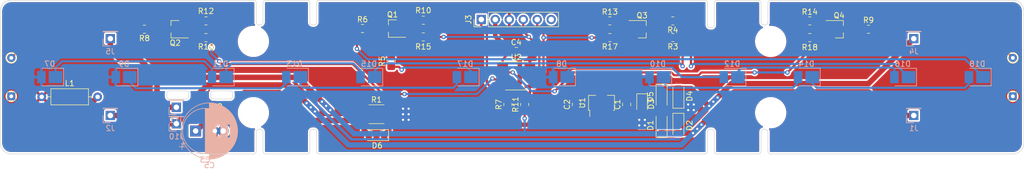
<source format=kicad_pcb>
(kicad_pcb (version 20171130) (host pcbnew 5.1.9+dfsg1-1)
  (layers (0 F.Cu signal) (31 B.Cu signal) (34 B.Paste user) (35 F.Paste user) (36 B.SilkS user) (37 F.SilkS user) (38 B.Mask user) (39 F.Mask user) (44 Edge.Cuts user))
  (net 0 "")
  (net 1 GND)
  (net 2 "Net-(C1-Pad1)")
  (net 3 VCC)
  (net 4 /J)
  (net 5 +15V)
  (net 6 K)
  (net 7 "Net-(C3-Pad1)")
  (net 8 GP1|PGC)
  (net 9 GP0|PGD)
  (net 10 GP3|MCLR)
  (net 11 "Net-(D17-Pad1)")
  (net 12 "Net-(Q2-Pad3)")
  (net 13 "Net-(Q2-Pad1)")
  (net 14 "Net-(D15-Pad1)")
  (net 15 "Net-(Q4-Pad3)")
  (net 16 "Net-(Q4-Pad1)")
  (net 17 "Net-(R11-Pad2)")
  (net 18 "Net-(D11-Pad2)")
  (net 19 "Net-(D12-Pad2)")
  (net 20 "Net-(D13-Pad2)")
  (net 21 "Net-(D10-Pad1)")
  (net 22 "Net-(D11-Pad1)")
  (net 23 "Net-(D12-Pad1)")
  (net 24 "Net-(D13-Pad1)")
  (net 25 "Net-(D14-Pad1)")
  (net 26 "Net-(Q1-Pad1)")
  (net 27 "Net-(Q3-Pad1)")
  (net 28 "Net-(R16-Pad1)")
  (net 29 "Net-(R18-Pad1)")
  (net 30 "Net-(C3-Pad2)")
  (net 31 "Net-(J8-Pad1)")
  (net 32 "Net-(J9-Pad1)")
  (net 33 "Net-(D16-Pad1)")
  (net 34 "Net-(D18-Pad1)")
  (net 35 "Net-(Q1-Pad3)")
  (net 36 "Net-(Q3-Pad3)")
  (module Diode_SMD:D_0805_2012Metric_Pad1.15x1.40mm_HandSolder (layer F.Cu) (at 166.624 94.9175 270)
    (fp_text reference D3 (at 0 -1.65 90) (layer F.SilkS))
    (fp_text value CD4148W)
    (pad 2 smd roundrect (at 1.025 0 270) (size 1.15 1.4) (layers F.Cu F.Paste F.Mask) (roundrect_rratio 0.217391) (net 5 +15V))
    (pad 1 smd roundrect (at -1.025 0 270) (size 1.15 1.4) (layers F.Cu F.Paste F.Mask) (roundrect_rratio 0.217391) (net 2 "Net-(C1-Pad1)"))
  )
  (module Connector_PinHeader_2.54mm:PinHeader_1x01_P2.54mm_Vertical (layer B.Cu) (at 82 95.5)
    (fp_text reference J11 (at 0 2.33) (layer B.SilkS) (effects (justify mirror)))
    (fp_text value Conn_01x01)
    (pad 1 thru_hole rect (at 0 0) (size 1.7 1.7) (drill 1) (layers *.Cu *.Mask) (net 6 K))
  )
  (module Connector_PinHeader_2.54mm:PinHeader_1x01_P2.54mm_Vertical (layer B.Cu) (at 82 98.5)
    (fp_text reference J10 (at 0 2.33) (layer B.SilkS) (effects (justify mirror)))
    (fp_text value Conn_01x01)
    (pad 1 thru_hole rect (at 0 0) (size 1.7 1.7) (drill 1) (layers *.Cu *.Mask) (net 4 /J))
  )
  (module Inductor_THT:L_Axial_L6.6mm_D2.7mm_P10.16mm_Horizontal_Vishay_IM-2 (layer F.Cu) (at 57.531 93.599)
    (fp_text reference L1 (at 5.08 -2.47) (layer F.SilkS))
    (fp_text value 47uH)
    (pad 2 thru_hole oval (at 10.16 0) (size 1.6 1.6) (drill 0.8) (layers *.Cu *.Mask) (net 30 "Net-(C3-Pad2)"))
    (pad 1 thru_hole circle (at 0 0) (size 1.6 1.6) (drill 0.8) (layers *.Cu *.Mask) (net 1 GND))
  )
  (module TestPoint:TestPoint_THTPad_D1.5mm_Drill0.7mm (layer F.Cu) (at 234 86.5)
    (fp_text reference J9 hide)
    (fp_text value Conn_01x01)
    (pad 1 thru_hole circle (at 0 0) (size 1.5 1.5) (drill 0.7) (layers *.Cu *.Mask) (net 32 "Net-(J9-Pad1)"))
  )
  (module TestPoint:TestPoint_THTPad_D1.5mm_Drill0.7mm (layer F.Cu) (at 52 86.5)
    (fp_text reference J8 hide)
    (fp_text value Conn_01x01)
    (pad 1 thru_hole circle (at 0 0) (size 1.5 1.5) (drill 0.7) (layers *.Cu *.Mask) (net 31 "Net-(J8-Pad1)"))
  )
  (module TestPoint:TestPoint_THTPad_D1.5mm_Drill0.7mm (layer F.Cu) (at 234 93.5)
    (fp_text reference J7 hide)
    (fp_text value Conn_01x01)
    (pad 1 thru_hole circle (at 0 0) (size 1.5 1.5) (drill 0.7) (layers *.Cu *.Mask) (net 5 +15V))
  )
  (module TestPoint:TestPoint_THTPad_D1.5mm_Drill0.7mm (layer F.Cu) (at 52 93.5)
    (fp_text reference J6 hide)
    (fp_text value Conn_01x01)
    (pad 1 thru_hole circle (at 0 0) (size 1.5 1.5) (drill 0.7) (layers *.Cu *.Mask) (net 5 +15V))
  )
  (module Capacitor_THT:CP_Radial_D10.0mm_P5.00mm (layer B.Cu) (at 85.5 99.822)
    (fp_text reference C5 (at 2.5 6.25) (layer B.SilkS) (effects (justify mirror)))
    (fp_text value 1000u/25V)
    (pad 2 thru_hole circle (at 5 0) (size 2 2) (drill 1) (layers *.Cu *.Mask) (net 30 "Net-(C3-Pad2)"))
    (pad 1 thru_hole rect (at 0 0) (size 2 2) (drill 1) (layers *.Cu *.Mask) (net 7 "Net-(C3-Pad1)"))
  )
  (module Capacitor_THT:CP_Radial_D8.0mm_P3.50mm (layer B.Cu) (at 85.5 99.822)
    (fp_text reference C3 (at 1.75 5.25) (layer B.SilkS) (effects (justify mirror)))
    (fp_text value 470u/25V)
    (pad 2 thru_hole circle (at 3.5 0) (size 1.6 1.6) (drill 0.8) (layers *.Cu *.Mask) (net 30 "Net-(C3-Pad2)"))
    (pad 1 thru_hole rect (at 0 0) (size 1.6 1.6) (drill 0.8) (layers *.Cu *.Mask) (net 7 "Net-(C3-Pad1)"))
  )
  (module Resistor_SMD:R_0805_2012Metric_Pad1.20x1.40mm_HandSolder (layer F.Cu) (at 197.104 82.804)
    (fp_text reference R18 (at 0 1.778) (layer F.SilkS))
    (fp_text value 250R)
    (pad 2 smd roundrect (at 1 0) (size 1.2 1.4) (layers F.Cu F.Paste F.Mask) (roundrect_rratio 0.208333) (net 16 "Net-(Q4-Pad1)"))
    (pad 1 smd roundrect (at -1 0) (size 1.2 1.4) (layers F.Cu F.Paste F.Mask) (roundrect_rratio 0.208333) (net 29 "Net-(R18-Pad1)"))
  )
  (module Resistor_SMD:R_0805_2012Metric_Pad1.20x1.40mm_HandSolder (layer F.Cu) (at 160.782 82.804 180)
    (fp_text reference R17 (at 0 -1.65) (layer F.SilkS))
    (fp_text value 250R)
    (pad 2 smd roundrect (at 1 0 180) (size 1.2 1.4) (layers F.Cu F.Paste F.Mask) (roundrect_rratio 0.208333) (net 8 GP1|PGC))
    (pad 1 smd roundrect (at -1 0 180) (size 1.2 1.4) (layers F.Cu F.Paste F.Mask) (roundrect_rratio 0.208333) (net 27 "Net-(Q3-Pad1)"))
  )
  (module Resistor_SMD:R_0805_2012Metric_Pad1.20x1.40mm_HandSolder (layer F.Cu) (at 87.376 82.804 180)
    (fp_text reference R16 (at 0 -1.65) (layer F.SilkS))
    (fp_text value 250R)
    (pad 2 smd roundrect (at 1 0 180) (size 1.2 1.4) (layers F.Cu F.Paste F.Mask) (roundrect_rratio 0.208333) (net 13 "Net-(Q2-Pad1)"))
    (pad 1 smd roundrect (at -1 0 180) (size 1.2 1.4) (layers F.Cu F.Paste F.Mask) (roundrect_rratio 0.208333) (net 28 "Net-(R16-Pad1)"))
  )
  (module Resistor_SMD:R_0805_2012Metric_Pad1.20x1.40mm_HandSolder (layer F.Cu) (at 126.873 82.677)
    (fp_text reference R15 (at 0 1.778) (layer F.SilkS))
    (fp_text value 250R)
    (pad 2 smd roundrect (at 1 0) (size 1.2 1.4) (layers F.Cu F.Paste F.Mask) (roundrect_rratio 0.208333) (net 9 GP0|PGD))
    (pad 1 smd roundrect (at -1 0) (size 1.2 1.4) (layers F.Cu F.Paste F.Mask) (roundrect_rratio 0.208333) (net 26 "Net-(Q1-Pad1)"))
  )
  (module LED_SMD:LED_PLCC_2835_Handsoldering (layer B.Cu) (at 227.55 90 180)
    (fp_text reference D18 (at 0 2.4) (layer B.SilkS) (effects (justify mirror)))
    (fp_text value LED)
    (pad 2 smd rect (at 1.525 0 180) (size 1.55 2.2) (layers B.Cu B.Paste B.Mask) (net 25 "Net-(D14-Pad1)"))
    (pad 1 smd rect (at -1.05 0 180) (size 2.5 2.2) (layers B.Cu B.Paste B.Mask) (net 34 "Net-(D18-Pad1)"))
  )
  (module LED_SMD:LED_PLCC_2835_Handsoldering (layer B.Cu) (at 134.5 90 180)
    (fp_text reference D17 (at 0 2.4) (layer B.SilkS) (effects (justify mirror)))
    (fp_text value LED)
    (pad 2 smd rect (at 1.525 0 180) (size 1.55 2.2) (layers B.Cu B.Paste B.Mask) (net 24 "Net-(D13-Pad1)"))
    (pad 1 smd rect (at -1.05 0 180) (size 2.5 2.2) (layers B.Cu B.Paste B.Mask) (net 11 "Net-(D17-Pad1)"))
  )
  (module LED_SMD:LED_PLCC_2835_Handsoldering (layer B.Cu) (at 214 90 180)
    (fp_text reference D16 (at 0 2.4) (layer B.SilkS) (effects (justify mirror)))
    (fp_text value LED)
    (pad 2 smd rect (at 1.525 0 180) (size 1.55 2.2) (layers B.Cu B.Paste B.Mask) (net 23 "Net-(D12-Pad1)"))
    (pad 1 smd rect (at -1.05 0 180) (size 2.5 2.2) (layers B.Cu B.Paste B.Mask) (net 33 "Net-(D16-Pad1)"))
  )
  (module LED_SMD:LED_PLCC_2835_Handsoldering (layer B.Cu) (at 117 90 180)
    (fp_text reference D15 (at 0 2.4) (layer B.SilkS) (effects (justify mirror)))
    (fp_text value LED)
    (pad 2 smd rect (at 1.525 0 180) (size 1.55 2.2) (layers B.Cu B.Paste B.Mask) (net 22 "Net-(D11-Pad1)"))
    (pad 1 smd rect (at -1.05 0 180) (size 2.5 2.2) (layers B.Cu B.Paste B.Mask) (net 14 "Net-(D15-Pad1)"))
  )
  (module LED_SMD:LED_PLCC_2835_Handsoldering (layer B.Cu) (at 196.5 90 180)
    (fp_text reference D14 (at 0 2.4) (layer B.SilkS) (effects (justify mirror)))
    (fp_text value LED)
    (pad 2 smd rect (at 1.525 0 180) (size 1.55 2.2) (layers B.Cu B.Paste B.Mask) (net 21 "Net-(D10-Pad1)"))
    (pad 1 smd rect (at -1.05 0 180) (size 2.5 2.2) (layers B.Cu B.Paste B.Mask) (net 25 "Net-(D14-Pad1)"))
  )
  (module LED_SMD:LED_PLCC_2835_Handsoldering (layer B.Cu) (at 103.5 90 180)
    (fp_text reference D13 (at 0 2.4) (layer B.SilkS) (effects (justify mirror)))
    (fp_text value LED)
    (pad 2 smd rect (at 1.525 0 180) (size 1.55 2.2) (layers B.Cu B.Paste B.Mask) (net 20 "Net-(D13-Pad2)"))
    (pad 1 smd rect (at -1.05 0 180) (size 2.5 2.2) (layers B.Cu B.Paste B.Mask) (net 24 "Net-(D13-Pad1)"))
  )
  (module LED_SMD:LED_PLCC_2835_Handsoldering (layer B.Cu) (at 183 90 180)
    (fp_text reference D12 (at 0 2.4) (layer B.SilkS) (effects (justify mirror)))
    (fp_text value LED)
    (pad 2 smd rect (at 1.525 0 180) (size 1.55 2.2) (layers B.Cu B.Paste B.Mask) (net 19 "Net-(D12-Pad2)"))
    (pad 1 smd rect (at -1.05 0 180) (size 2.5 2.2) (layers B.Cu B.Paste B.Mask) (net 23 "Net-(D12-Pad1)"))
  )
  (module LED_SMD:LED_PLCC_2835_Handsoldering (layer B.Cu) (at 90 90 180)
    (fp_text reference D11 (at 0 2.4) (layer B.SilkS) (effects (justify mirror)))
    (fp_text value LED)
    (pad 2 smd rect (at 1.525 0 180) (size 1.55 2.2) (layers B.Cu B.Paste B.Mask) (net 18 "Net-(D11-Pad2)"))
    (pad 1 smd rect (at -1.05 0 180) (size 2.5 2.2) (layers B.Cu B.Paste B.Mask) (net 22 "Net-(D11-Pad1)"))
  )
  (module LED_SMD:LED_PLCC_2835_Handsoldering (layer B.Cu) (at 169.5 90 180)
    (fp_text reference D10 (at 0 2.4) (layer B.SilkS) (effects (justify mirror)))
    (fp_text value LED)
    (pad 2 smd rect (at 1.525 0 180) (size 1.55 2.2) (layers B.Cu B.Paste B.Mask) (net 5 +15V))
    (pad 1 smd rect (at -1.05 0 180) (size 2.5 2.2) (layers B.Cu B.Paste B.Mask) (net 21 "Net-(D10-Pad1)"))
  )
  (module LED_SMD:LED_PLCC_2835_Handsoldering (layer B.Cu) (at 72.5 90 180)
    (fp_text reference D9 (at 0 2.4) (layer B.SilkS) (effects (justify mirror)))
    (fp_text value LED)
    (pad 2 smd rect (at 1.525 0 180) (size 1.55 2.2) (layers B.Cu B.Paste B.Mask) (net 5 +15V))
    (pad 1 smd rect (at -1.05 0 180) (size 2.5 2.2) (layers B.Cu B.Paste B.Mask) (net 20 "Net-(D13-Pad2)"))
  )
  (module LED_SMD:LED_PLCC_2835_Handsoldering (layer B.Cu) (at 152 90 180)
    (fp_text reference D8 (at 0 2.4) (layer B.SilkS) (effects (justify mirror)))
    (fp_text value LED)
    (pad 2 smd rect (at 1.525 0 180) (size 1.55 2.2) (layers B.Cu B.Paste B.Mask) (net 5 +15V))
    (pad 1 smd rect (at -1.05 0 180) (size 2.5 2.2) (layers B.Cu B.Paste B.Mask) (net 19 "Net-(D12-Pad2)"))
  )
  (module LED_SMD:LED_PLCC_2835_Handsoldering (layer B.Cu) (at 59 90 180)
    (fp_text reference D7 (at 0 2.4) (layer B.SilkS) (effects (justify mirror)))
    (fp_text value LED)
    (pad 2 smd rect (at 1.525 0 180) (size 1.55 2.2) (layers B.Cu B.Paste B.Mask) (net 5 +15V))
    (pad 1 smd rect (at -1.05 0 180) (size 2.5 2.2) (layers B.Cu B.Paste B.Mask) (net 18 "Net-(D11-Pad2)"))
  )
  (module Package_TO_SOT_SMD:SOT-23_Handsoldering (layer F.Cu) (at 202.438 81.28)
    (fp_text reference Q4 (at 0 -2.5) (layer F.SilkS))
    (fp_text value 2N7002)
    (pad 3 smd rect (at 1.5 0) (size 1.9 0.8) (layers F.Cu F.Paste F.Mask) (net 15 "Net-(Q4-Pad3)"))
    (pad 2 smd rect (at -1.5 0.95) (size 1.9 0.8) (layers F.Cu F.Paste F.Mask) (net 1 GND))
    (pad 1 smd rect (at -1.5 -0.95) (size 1.9 0.8) (layers F.Cu F.Paste F.Mask) (net 16 "Net-(Q4-Pad1)"))
  )
  (module Package_TO_SOT_SMD:SOT-23_Handsoldering (layer F.Cu) (at 166.624 81.28)
    (fp_text reference Q3 (at 0 -2.5) (layer F.SilkS))
    (fp_text value 2N7002)
    (pad 3 smd rect (at 1.5 0) (size 1.9 0.8) (layers F.Cu F.Paste F.Mask) (net 36 "Net-(Q3-Pad3)"))
    (pad 2 smd rect (at -1.5 0.95) (size 1.9 0.8) (layers F.Cu F.Paste F.Mask) (net 1 GND))
    (pad 1 smd rect (at -1.5 -0.95) (size 1.9 0.8) (layers F.Cu F.Paste F.Mask) (net 27 "Net-(Q3-Pad1)"))
  )
  (module Package_TO_SOT_SMD:SOT-23_Handsoldering (layer F.Cu) (at 81.788 81.28 180)
    (fp_text reference Q2 (at 0 -2.5) (layer F.SilkS))
    (fp_text value 2N7002)
    (pad 3 smd rect (at 1.5 0 180) (size 1.9 0.8) (layers F.Cu F.Paste F.Mask) (net 12 "Net-(Q2-Pad3)"))
    (pad 2 smd rect (at -1.5 0.95 180) (size 1.9 0.8) (layers F.Cu F.Paste F.Mask) (net 1 GND))
    (pad 1 smd rect (at -1.5 -0.95 180) (size 1.9 0.8) (layers F.Cu F.Paste F.Mask) (net 13 "Net-(Q2-Pad1)"))
  )
  (module Package_TO_SOT_SMD:SOT-23_Handsoldering (layer F.Cu) (at 121.285 81.153 180)
    (fp_text reference Q1 (at 0 2.54) (layer F.SilkS))
    (fp_text value 2N7002)
    (pad 3 smd rect (at 1.5 0 180) (size 1.9 0.8) (layers F.Cu F.Paste F.Mask) (net 35 "Net-(Q1-Pad3)"))
    (pad 2 smd rect (at -1.5 0.95 180) (size 1.9 0.8) (layers F.Cu F.Paste F.Mask) (net 1 GND))
    (pad 1 smd rect (at -1.5 -0.95 180) (size 1.9 0.8) (layers F.Cu F.Paste F.Mask) (net 26 "Net-(Q1-Pad1)"))
  )
  (module Package_TO_SOT_SMD:SOT-89-3_Handsoldering (layer F.Cu) (at 159.258 94.996 90)
    (fp_text reference U1 (at 0.3 -3.5 90) (layer F.SilkS))
    (fp_text value L78L05_SOT89)
    (pad 2 smd custom (at -2.0625 0 90) (size 2.475 0.9) (layers F.Cu F.Paste F.Mask) (net 1 GND) (options (clearance outline) (anchor rect)) (primitives (gr_poly (pts (xy 1.2375 -0.8665) (xy 5.3625 -0.8665) (xy 5.3625 0.8665) (xy 1.2375 0.8665)) (width 0))))
    (pad 3 smd rect (at -2.15 1.5 90) (size 2.3 0.9) (layers F.Cu F.Paste F.Mask) (net 2 "Net-(C1-Pad1)"))
    (pad 1 smd rect (at -2.15 -1.5 90) (size 2.3 0.9) (layers F.Cu F.Paste F.Mask) (net 3 VCC))
  )
  (module Package_SO:SOIC-8_3.9x4.9mm_P1.27mm (layer F.Cu) (at 143.764 89.789)
    (fp_text reference U2 (at 0 -3.4) (layer F.SilkS))
    (fp_text value PIC12F629-ISN)
    (pad 8 smd roundrect (at 2.475 -1.905) (size 1.95 0.6) (layers F.Cu F.Paste F.Mask) (net 1 GND))
    (pad 7 smd roundrect (at 2.475 -0.635) (size 1.95 0.6) (layers F.Cu F.Paste F.Mask) (net 9 GP0|PGD))
    (pad 6 smd roundrect (at 2.475 0.635) (size 1.95 0.6) (layers F.Cu F.Paste F.Mask) (net 8 GP1|PGC))
    (pad 5 smd roundrect (at 2.475 1.905) (size 1.95 0.6) (layers F.Cu F.Paste F.Mask) (net 17 "Net-(R11-Pad2)"))
    (pad 4 smd roundrect (at -2.475 1.905) (size 1.95 0.6) (layers F.Cu F.Paste F.Mask) (net 10 GP3|MCLR))
    (pad 3 smd roundrect (at -2.475 0.635) (size 1.95 0.6) (layers F.Cu F.Paste F.Mask) (net 28 "Net-(R16-Pad1)"))
    (pad 2 smd roundrect (at -2.475 -0.635) (size 1.95 0.6) (layers F.Cu F.Paste F.Mask) (net 29 "Net-(R18-Pad1)"))
    (pad 1 smd roundrect (at -2.475 -1.905) (size 1.95 0.6) (layers F.Cu F.Paste F.Mask) (net 3 VCC))
  )
  (module Resistor_SMD:R_0805_2012Metric_Pad1.20x1.40mm_HandSolder (layer F.Cu) (at 197.104 79.756)
    (fp_text reference R14 (at 0 -1.65) (layer F.SilkS))
    (fp_text value 10k)
    (pad 2 smd roundrect (at 1 0) (size 1.2 1.4) (layers F.Cu F.Paste F.Mask) (roundrect_rratio 0.208333) (net 16 "Net-(Q4-Pad1)"))
    (pad 1 smd roundrect (at -1 0) (size 1.2 1.4) (layers F.Cu F.Paste F.Mask) (roundrect_rratio 0.208333) (net 1 GND))
  )
  (module Resistor_SMD:R_0805_2012Metric_Pad1.20x1.40mm_HandSolder (layer F.Cu) (at 160.782 79.756)
    (fp_text reference R13 (at 0 -1.65) (layer F.SilkS))
    (fp_text value 10k)
    (pad 2 smd roundrect (at 1 0) (size 1.2 1.4) (layers F.Cu F.Paste F.Mask) (roundrect_rratio 0.208333) (net 27 "Net-(Q3-Pad1)"))
    (pad 1 smd roundrect (at -1 0) (size 1.2 1.4) (layers F.Cu F.Paste F.Mask) (roundrect_rratio 0.208333) (net 1 GND))
  )
  (module Resistor_SMD:R_0805_2012Metric_Pad1.20x1.40mm_HandSolder (layer F.Cu) (at 87.376 79.756 180)
    (fp_text reference R12 (at 0 1.778) (layer F.SilkS))
    (fp_text value 10k)
    (pad 2 smd roundrect (at 1 0 180) (size 1.2 1.4) (layers F.Cu F.Paste F.Mask) (roundrect_rratio 0.208333) (net 13 "Net-(Q2-Pad1)"))
    (pad 1 smd roundrect (at -1 0 180) (size 1.2 1.4) (layers F.Cu F.Paste F.Mask) (roundrect_rratio 0.208333) (net 1 GND))
  )
  (module Resistor_SMD:R_0805_2012Metric_Pad1.20x1.40mm_HandSolder (layer F.Cu) (at 145.288 94.996 90)
    (fp_text reference R11 (at 0 -1.65 90) (layer F.SilkS))
    (fp_text value 22k)
    (pad 2 smd roundrect (at 1 0 90) (size 1.2 1.4) (layers F.Cu F.Paste F.Mask) (roundrect_rratio 0.208333) (net 17 "Net-(R11-Pad2)"))
    (pad 1 smd roundrect (at -1 0 90) (size 1.2 1.4) (layers F.Cu F.Paste F.Mask) (roundrect_rratio 0.208333) (net 6 K))
  )
  (module Resistor_SMD:R_0805_2012Metric_Pad1.20x1.40mm_HandSolder (layer F.Cu) (at 126.873 79.629 180)
    (fp_text reference R10 (at 0 1.778) (layer F.SilkS))
    (fp_text value 10k)
    (pad 2 smd roundrect (at 1 0 180) (size 1.2 1.4) (layers F.Cu F.Paste F.Mask) (roundrect_rratio 0.208333) (net 26 "Net-(Q1-Pad1)"))
    (pad 1 smd roundrect (at -1 0 180) (size 1.2 1.4) (layers F.Cu F.Paste F.Mask) (roundrect_rratio 0.208333) (net 1 GND))
  )
  (module Resistor_SMD:R_0805_2012Metric_Pad1.20x1.40mm_HandSolder (layer F.Cu) (at 207.772 81.28)
    (fp_text reference R9 (at 0 -1.65) (layer F.SilkS))
    (fp_text value R)
    (pad 2 smd roundrect (at 1 0) (size 1.2 1.4) (layers F.Cu F.Paste F.Mask) (roundrect_rratio 0.208333) (net 32 "Net-(J9-Pad1)"))
    (pad 1 smd roundrect (at -1 0) (size 1.2 1.4) (layers F.Cu F.Paste F.Mask) (roundrect_rratio 0.208333) (net 15 "Net-(Q4-Pad3)"))
  )
  (module Resistor_SMD:R_0805_2012Metric_Pad1.20x1.40mm_HandSolder (layer F.Cu) (at 76.2 81.28 180)
    (fp_text reference R8 (at 0 -1.65) (layer F.SilkS))
    (fp_text value R)
    (pad 2 smd roundrect (at 1 0 180) (size 1.2 1.4) (layers F.Cu F.Paste F.Mask) (roundrect_rratio 0.208333) (net 31 "Net-(J8-Pad1)"))
    (pad 1 smd roundrect (at -1 0 180) (size 1.2 1.4) (layers F.Cu F.Paste F.Mask) (roundrect_rratio 0.208333) (net 12 "Net-(Q2-Pad3)"))
  )
  (module Resistor_SMD:R_0805_2012Metric_Pad1.20x1.40mm_HandSolder (layer F.Cu) (at 142.24 94.996 90)
    (fp_text reference R7 (at 0 -1.65 90) (layer F.SilkS))
    (fp_text value 10k)
    (pad 2 smd roundrect (at 1 0 90) (size 1.2 1.4) (layers F.Cu F.Paste F.Mask) (roundrect_rratio 0.208333) (net 10 GP3|MCLR))
    (pad 1 smd roundrect (at -1 0 90) (size 1.2 1.4) (layers F.Cu F.Paste F.Mask) (roundrect_rratio 0.208333) (net 3 VCC))
  )
  (module Resistor_SMD:R_0805_2012Metric_Pad1.20x1.40mm_HandSolder (layer F.Cu) (at 115.824 81.153)
    (fp_text reference R6 (at 0 -1.65) (layer F.SilkS))
    (fp_text value R)
    (pad 2 smd roundrect (at 1 0) (size 1.2 1.4) (layers F.Cu F.Paste F.Mask) (roundrect_rratio 0.208333) (net 35 "Net-(Q1-Pad3)"))
    (pad 1 smd roundrect (at -1 0) (size 1.2 1.4) (layers F.Cu F.Paste F.Mask) (roundrect_rratio 0.208333) (net 34 "Net-(D18-Pad1)"))
  )
  (module Resistor_SMD:R_0805_2012Metric_Pad1.20x1.40mm_HandSolder (layer F.Cu) (at 121.031 87.122 90)
    (fp_text reference R5 (at 0 -1.65 90) (layer F.SilkS))
    (fp_text value R)
    (pad 2 smd roundrect (at 1 0 90) (size 1.2 1.4) (layers F.Cu F.Paste F.Mask) (roundrect_rratio 0.208333) (net 35 "Net-(Q1-Pad3)"))
    (pad 1 smd roundrect (at -1 0 90) (size 1.2 1.4) (layers F.Cu F.Paste F.Mask) (roundrect_rratio 0.208333) (net 11 "Net-(D17-Pad1)"))
  )
  (module Resistor_SMD:R_0805_2012Metric_Pad1.20x1.40mm_HandSolder (layer F.Cu) (at 172.212 79.756 180)
    (fp_text reference R4 (at 0 -1.65) (layer F.SilkS))
    (fp_text value R)
    (pad 2 smd roundrect (at 1 0 180) (size 1.2 1.4) (layers F.Cu F.Paste F.Mask) (roundrect_rratio 0.208333) (net 36 "Net-(Q3-Pad3)"))
    (pad 1 smd roundrect (at -1 0 180) (size 1.2 1.4) (layers F.Cu F.Paste F.Mask) (roundrect_rratio 0.208333) (net 33 "Net-(D16-Pad1)"))
  )
  (module Resistor_SMD:R_0805_2012Metric_Pad1.20x1.40mm_HandSolder (layer F.Cu) (at 172.228 82.804 180)
    (fp_text reference R3 (at 0 -1.65) (layer F.SilkS))
    (fp_text value R)
    (pad 2 smd roundrect (at 1 0 180) (size 1.2 1.4) (layers F.Cu F.Paste F.Mask) (roundrect_rratio 0.208333) (net 36 "Net-(Q3-Pad3)"))
    (pad 1 smd roundrect (at -1 0 180) (size 1.2 1.4) (layers F.Cu F.Paste F.Mask) (roundrect_rratio 0.208333) (net 14 "Net-(D15-Pad1)"))
  )
  (module Resistor_SMD:R_0805_2012Metric_Pad1.20x1.40mm_HandSolder (layer F.Cu) (at 89.408 97.028)
    (fp_text reference R2 (at 0 -1.65) (layer F.SilkS))
    (fp_text value 2k2)
    (pad 2 smd roundrect (at 1 0) (size 1.2 1.4) (layers F.Cu F.Paste F.Mask) (roundrect_rratio 0.208333) (net 30 "Net-(C3-Pad2)"))
    (pad 1 smd roundrect (at -1 0) (size 1.2 1.4) (layers F.Cu F.Paste F.Mask) (roundrect_rratio 0.208333) (net 7 "Net-(C3-Pad1)"))
  )
  (module Resistor_SMD:R_1812_4532Metric_Pad1.30x3.40mm_HandSolder (layer F.Cu) (at 118.364 96.774)
    (fp_text reference R1 (at 0 -2.65) (layer F.SilkS))
    (fp_text value 100R)
    (pad 2 smd roundrect (at 2.225 0) (size 1.3 3.4) (layers F.Cu F.Paste F.Mask) (roundrect_rratio 0.192308) (net 5 +15V))
    (pad 1 smd roundrect (at -2.225 0) (size 1.3 3.4) (layers F.Cu F.Paste F.Mask) (roundrect_rratio 0.192308) (net 7 "Net-(C3-Pad1)"))
  )
  (module Connector_PinHeader_2.54mm:PinHeader_1x01_P2.54mm_Vertical (layer B.Cu) (at 70 83)
    (fp_text reference J5 (at 0 2.33) (layer B.SilkS) (effects (justify mirror)))
    (fp_text value Conn_01x01)
    (pad 1 thru_hole rect (at 0 0) (size 1.7 1.7) (drill 1) (layers *.Cu *.Mask) (net 6 K))
  )
  (module Connector_PinHeader_2.54mm:PinHeader_1x01_P2.54mm_Vertical (layer B.Cu) (at 216 83)
    (fp_text reference J4 (at 0 2.33) (layer B.SilkS) (effects (justify mirror)))
    (fp_text value Conn_01x01)
    (pad 1 thru_hole rect (at 0 0) (size 1.7 1.7) (drill 1) (layers *.Cu *.Mask) (net 6 K))
  )
  (module Connector_PinHeader_2.54mm:PinHeader_1x06_P2.54mm_Vertical (layer F.Cu) (at 137.414 79.502 90)
    (fp_text reference J3 (at 0 -2.33 90) (layer F.SilkS))
    (fp_text value Conn_01x06)
    (pad 6 thru_hole oval (at 0 12.7 90) (size 1.7 1.7) (drill 1) (layers *.Cu *.Mask))
    (pad 5 thru_hole oval (at 0 10.16 90) (size 1.7 1.7) (drill 1) (layers *.Cu *.Mask) (net 8 GP1|PGC))
    (pad 4 thru_hole oval (at 0 7.62 90) (size 1.7 1.7) (drill 1) (layers *.Cu *.Mask) (net 9 GP0|PGD))
    (pad 3 thru_hole oval (at 0 5.08 90) (size 1.7 1.7) (drill 1) (layers *.Cu *.Mask) (net 1 GND))
    (pad 2 thru_hole oval (at 0 2.54 90) (size 1.7 1.7) (drill 1) (layers *.Cu *.Mask) (net 3 VCC))
    (pad 1 thru_hole rect (at 0 0 90) (size 1.7 1.7) (drill 1) (layers *.Cu *.Mask) (net 10 GP3|MCLR))
  )
  (module Connector_PinHeader_2.54mm:PinHeader_1x01_P2.54mm_Vertical (layer B.Cu) (at 70 97)
    (fp_text reference J2 (at 0 2.33) (layer B.SilkS) (effects (justify mirror)))
    (fp_text value Conn_01x01)
    (pad 1 thru_hole rect (at 0 0) (size 1.7 1.7) (drill 1) (layers *.Cu *.Mask) (net 4 /J))
  )
  (module Connector_PinHeader_2.54mm:PinHeader_1x01_P2.54mm_Vertical (layer B.Cu) (at 216 97)
    (fp_text reference J1 (at 0 2.33) (layer B.SilkS) (effects (justify mirror)))
    (fp_text value Conn_01x01)
    (pad 1 thru_hole rect (at 0 0) (size 1.7 1.7) (drill 1) (layers *.Cu *.Mask) (net 4 /J))
  )
  (module MountingHole:MountingHole_2.7mm_M2.5 (layer F.Cu) (at 190 96.5)
    (fp_text reference H4 hide)
    (fp_text value MountingHole)
    (pad 1 np_thru_hole circle (at 0 0) (size 2.7 2.7) (drill 2.7) (layers *.Cu *.Mask))
  )
  (module MountingHole:MountingHole_2.7mm_M2.5 (layer F.Cu) (at 190 83.5)
    (fp_text reference H3 hide)
    (fp_text value MountingHole)
    (pad 1 np_thru_hole circle (at 0 0) (size 2.7 2.7) (drill 2.7) (layers *.Cu *.Mask))
  )
  (module MountingHole:MountingHole_2.7mm_M2.5 (layer F.Cu) (at 96 96.5)
    (fp_text reference H2 hide)
    (fp_text value MountingHole)
    (pad 1 np_thru_hole circle (at 0 0) (size 2.7 2.7) (drill 2.7) (layers *.Cu *.Mask))
  )
  (module MountingHole:MountingHole_2.7mm_M2.5 (layer F.Cu) (at 96 83.5)
    (fp_text reference H1 hide)
    (fp_text value MountingHole)
    (pad 1 np_thru_hole circle (at 0 0) (size 2.7 2.7) (drill 2.7) (layers *.Cu *.Mask))
  )
  (module Diode_SMD:D_SOD-123F (layer F.Cu) (at 118.364 100.584 180)
    (fp_text reference D6 (at -0.127 -1.905) (layer F.SilkS))
    (fp_text value 1N4007)
    (pad 2 smd rect (at 1.4 0 180) (size 1.1 1.1) (layers F.Cu F.Paste F.Mask) (net 7 "Net-(C3-Pad1)"))
    (pad 1 smd rect (at -1.4 0 180) (size 1.1 1.1) (layers F.Cu F.Paste F.Mask) (net 5 +15V))
  )
  (module Diode_SMD:D_SOD-123F (layer F.Cu) (at 173.228 93.472 90)
    (fp_text reference D5 (at -0.127 -5.08 90) (layer F.SilkS))
    (fp_text value 1N4007)
    (pad 2 smd rect (at 1.4 0 90) (size 1.1 1.1) (layers F.Cu F.Paste F.Mask) (net 6 K))
    (pad 1 smd rect (at -1.4 0 90) (size 1.1 1.1) (layers F.Cu F.Paste F.Mask) (net 5 +15V))
  )
  (module Diode_SMD:D_SOD-123F (layer F.Cu) (at 170.18 93.472 270)
    (fp_text reference D4 (at 0 -5.08 90) (layer F.SilkS))
    (fp_text value 1N4007)
    (pad 2 smd rect (at 1.4 0 270) (size 1.1 1.1) (layers F.Cu F.Paste F.Mask) (net 1 GND))
    (pad 1 smd rect (at -1.4 0 270) (size 1.1 1.1) (layers F.Cu F.Paste F.Mask) (net 6 K))
  )
  (module Diode_SMD:D_SOD-123F (layer F.Cu) (at 173.228 98.806 270)
    (fp_text reference D2 (at 0 -2.032 90) (layer F.SilkS))
    (fp_text value 1N4007)
    (pad 2 smd rect (at 1.4 0 270) (size 1.1 1.1) (layers F.Cu F.Paste F.Mask) (net 4 /J))
    (pad 1 smd rect (at -1.4 0 270) (size 1.1 1.1) (layers F.Cu F.Paste F.Mask) (net 5 +15V))
  )
  (module Diode_SMD:D_SOD-123F (layer F.Cu) (at 170.18 98.806 90)
    (fp_text reference D1 (at 0 -2.032 90) (layer F.SilkS))
    (fp_text value 1N4007)
    (pad 2 smd rect (at 1.4 0 90) (size 1.1 1.1) (layers F.Cu F.Paste F.Mask) (net 1 GND))
    (pad 1 smd rect (at -1.4 0 90) (size 1.1 1.1) (layers F.Cu F.Paste F.Mask) (net 4 /J))
  )
  (module Capacitor_SMD:C_0805_2012Metric_Pad1.18x1.45mm_HandSolder (layer F.Cu) (at 143.764 85.344)
    (fp_text reference C4 (at 0 -1.68) (layer F.SilkS))
    (fp_text value 100n)
    (pad 2 smd roundrect (at 1.0375 0) (size 1.175 1.45) (layers F.Cu F.Paste F.Mask) (roundrect_rratio 0.212766) (net 1 GND))
    (pad 1 smd roundrect (at -1.0375 0) (size 1.175 1.45) (layers F.Cu F.Paste F.Mask) (roundrect_rratio 0.212766) (net 3 VCC))
  )
  (module Capacitor_SMD:C_0805_2012Metric_Pad1.18x1.45mm_HandSolder (layer F.Cu) (at 154.686 94.996 90)
    (fp_text reference C2 (at 0 -1.68 90) (layer F.SilkS))
    (fp_text value 47u)
    (pad 2 smd roundrect (at 1.0375 0 90) (size 1.175 1.45) (layers F.Cu F.Paste F.Mask) (roundrect_rratio 0.212766) (net 1 GND))
    (pad 1 smd roundrect (at -1.0375 0 90) (size 1.175 1.45) (layers F.Cu F.Paste F.Mask) (roundrect_rratio 0.212766) (net 3 VCC))
  )
  (module Capacitor_SMD:C_0805_2012Metric_Pad1.18x1.45mm_HandSolder (layer F.Cu) (at 163.83 94.996 90)
    (fp_text reference C1 (at 0 -1.68 90) (layer F.SilkS))
    (fp_text value 22u/25V)
    (pad 1 smd roundrect (at -1.0375 0 90) (size 1.175 1.45) (layers F.Cu F.Paste F.Mask) (roundrect_rratio 0.212766) (net 2 "Net-(C1-Pad1)"))
    (pad 2 smd roundrect (at 1.0375 0 90) (size 1.175 1.45) (layers F.Cu F.Paste F.Mask) (roundrect_rratio 0.212766) (net 1 GND))
  )
  (gr_line (start 179.758 80.5) (end 179.75 76.5) (layer Edge.Cuts) (width 0.1))
  (gr_arc (start 179.25 80.5) (end 179.25 81.008) (angle -90) (layer Edge.Cuts) (width 0.1))
  (gr_line (start 96 104) (end 52 104) (layer Edge.Cuts) (width 0.1))
  (gr_line (start 105.75 104) (end 98.25 104) (layer Edge.Cuts) (width 0.1))
  (gr_line (start 178 104) (end 108 104) (layer Edge.Cuts) (width 0.1))
  (gr_line (start 187.75 104) (end 180.25 104) (layer Edge.Cuts) (width 0.1))
  (gr_line (start 234 104) (end 190 104) (layer Edge.Cuts) (width 0.1))
  (gr_line (start 190 76) (end 234 76) (layer Edge.Cuts) (width 0.1))
  (gr_line (start 180.25 76) (end 187.75 76) (layer Edge.Cuts) (width 0.1))
  (gr_line (start 108 76) (end 178 76) (layer Edge.Cuts) (width 0.1))
  (gr_line (start 105.5 76) (end 105.75 76) (layer Edge.Cuts) (width 0.1))
  (gr_line (start 98.25 76) (end 105.5 76) (layer Edge.Cuts) (width 0.1))
  (gr_line (start 97.75 100) (end 97.75 103.5) (layer Edge.Cuts) (width 0.1))
  (gr_arc (start 97 100) (end 97 99.5) (angle -90) (layer Edge.Cuts) (width 0.1))
  (gr_arc (start 97.25 100) (end 97.75 100) (angle -90) (layer Edge.Cuts) (width 0.1))
  (gr_line (start 97.25 99.5) (end 97 99.5) (layer Edge.Cuts) (width 0.1))
  (gr_line (start 96.5 103.5) (end 96.5 100) (layer Edge.Cuts) (width 0.1))
  (gr_arc (start 98.25 103.5) (end 97.75 103.5) (angle -90) (layer Edge.Cuts) (width 0.1))
  (gr_arc (start 96 103.5) (end 96 104) (angle -90) (layer Edge.Cuts) (width 0.1))
  (gr_line (start 107.5 100) (end 107.5 103.5) (layer Edge.Cuts) (width 0.1))
  (gr_arc (start 106.75 100) (end 106.75 99.5) (angle -90) (layer Edge.Cuts) (width 0.1))
  (gr_arc (start 107 100) (end 107.5 100) (angle -90) (layer Edge.Cuts) (width 0.1))
  (gr_line (start 107 99.5) (end 106.75 99.5) (layer Edge.Cuts) (width 0.1))
  (gr_line (start 106.25 103.5) (end 106.25 100) (layer Edge.Cuts) (width 0.1))
  (gr_arc (start 108 103.5) (end 107.5 103.5) (angle -90) (layer Edge.Cuts) (width 0.1))
  (gr_arc (start 105.75 103.5) (end 105.75 104) (angle -90) (layer Edge.Cuts) (width 0.1))
  (gr_line (start 179.75 100) (end 179.75 103.5) (layer Edge.Cuts) (width 0.1))
  (gr_arc (start 179 100) (end 179 99.5) (angle -90) (layer Edge.Cuts) (width 0.1))
  (gr_arc (start 179.25 100) (end 179.75 100) (angle -90) (layer Edge.Cuts) (width 0.1))
  (gr_line (start 179.25 99.5) (end 179 99.5) (layer Edge.Cuts) (width 0.1))
  (gr_line (start 178.5 103.5) (end 178.5 100) (layer Edge.Cuts) (width 0.1))
  (gr_arc (start 180.25 103.5) (end 179.75 103.5) (angle -90) (layer Edge.Cuts) (width 0.1))
  (gr_arc (start 178 103.5) (end 178 104) (angle -90) (layer Edge.Cuts) (width 0.1))
  (gr_line (start 189.5 100) (end 189.5 103.5) (layer Edge.Cuts) (width 0.1))
  (gr_line (start 189 99.5) (end 188.75 99.5) (layer Edge.Cuts) (width 0.1))
  (gr_arc (start 190 103.5) (end 189.5 103.5) (angle -90) (layer Edge.Cuts) (width 0.1))
  (gr_line (start 188.25 103.5) (end 188.25 100) (layer Edge.Cuts) (width 0.1))
  (gr_arc (start 187.75 103.5) (end 187.75 104) (angle -90) (layer Edge.Cuts) (width 0.1))
  (gr_arc (start 189 100) (end 189.5 100) (angle -90) (layer Edge.Cuts) (width 0.1))
  (gr_arc (start 188.75 100) (end 188.75 99.5) (angle -90) (layer Edge.Cuts) (width 0.1))
  (gr_line (start 188.25 80) (end 188.25 76.5) (layer Edge.Cuts) (width 0.1))
  (gr_line (start 188.75 80.5) (end 189 80.5) (layer Edge.Cuts) (width 0.1))
  (gr_arc (start 187.75 76.5) (end 188.25 76.5) (angle -90) (layer Edge.Cuts) (width 0.1))
  (gr_line (start 189.5 76.5) (end 189.5 80) (layer Edge.Cuts) (width 0.1))
  (gr_arc (start 190 76.5) (end 190 76) (angle -90) (layer Edge.Cuts) (width 0.1))
  (gr_arc (start 188.75 80) (end 188.25 80) (angle -90) (layer Edge.Cuts) (width 0.1))
  (gr_arc (start 189 80) (end 189 80.5) (angle -90) (layer Edge.Cuts) (width 0.1))
  (gr_line (start 178.5 80.508) (end 178.5 76.5) (layer Edge.Cuts) (width 0.1))
  (gr_line (start 179 81.008) (end 179.25 81.008) (layer Edge.Cuts) (width 0.1))
  (gr_arc (start 178 76.5) (end 178.5 76.5) (angle -90) (layer Edge.Cuts) (width 0.1))
  (gr_arc (start 180.25 76.5) (end 180.25 76) (angle -90) (layer Edge.Cuts) (width 0.1))
  (gr_arc (start 179 80.508) (end 178.5 80.508) (angle -90) (layer Edge.Cuts) (width 0.1))
  (gr_line (start 106.25 80) (end 106.25 76.5) (layer Edge.Cuts) (width 0.1))
  (gr_line (start 106.75 80.5) (end 107 80.5) (layer Edge.Cuts) (width 0.1))
  (gr_arc (start 105.75 76.5) (end 106.25 76.5) (angle -90) (layer Edge.Cuts) (width 0.1))
  (gr_line (start 107.5 76.5) (end 107.5 80) (layer Edge.Cuts) (width 0.1))
  (gr_arc (start 108 76.5) (end 108 76) (angle -90) (layer Edge.Cuts) (width 0.1))
  (gr_arc (start 106.75 80) (end 106.25 80) (angle -90) (layer Edge.Cuts) (width 0.1))
  (gr_arc (start 107 80) (end 107 80.5) (angle -90) (layer Edge.Cuts) (width 0.1))
  (gr_line (start 97.75 76.5) (end 97.75 80) (layer Edge.Cuts) (width 0.1))
  (gr_line (start 96.5 80) (end 96.5 76.5) (layer Edge.Cuts) (width 0.1))
  (gr_line (start 97 80.5) (end 97.25 80.5) (layer Edge.Cuts) (width 0.1))
  (gr_arc (start 97.25 80) (end 97.25 80.5) (angle -90) (layer Edge.Cuts) (width 0.1))
  (gr_arc (start 97 80) (end 96.5 80) (angle -90) (layer Edge.Cuts) (width 0.1))
  (gr_arc (start 98.25 76.5) (end 98.25 76) (angle -90) (layer Edge.Cuts) (width 0.1))
  (gr_arc (start 96 76.5) (end 96.5 76.5) (angle -90) (layer Edge.Cuts) (width 0.1))
  (gr_line (start 80.25 93) (end 80.25 93.5) (layer Edge.Cuts) (width 0.1))
  (gr_line (start 84.25 93.5) (end 84.25 93) (layer Edge.Cuts) (width 0.1))
  (gr_arc (start 80.75 93) (end 80.75 92.5) (angle -90) (layer Edge.Cuts) (width 0.1))
  (gr_arc (start 80.75 93.5) (end 80.25 93.5) (angle -90) (layer Edge.Cuts) (width 0.1))
  (gr_line (start 83.75 92.5) (end 80.75 92.5) (layer Edge.Cuts) (width 0.1))
  (gr_arc (start 83.75 93.5) (end 83.75 94) (angle -90) (layer Edge.Cuts) (width 0.1))
  (gr_arc (start 83.75 93) (end 84.25 93) (angle -90) (layer Edge.Cuts) (width 0.1))
  (gr_line (start 80.75 94) (end 83.75 94) (layer Edge.Cuts) (width 0.1))
  (gr_line (start 92.25 93.5) (end 92.25 93) (layer Edge.Cuts) (width 0.1))
  (gr_line (start 88.75 94) (end 91.75 94) (layer Edge.Cuts) (width 0.1))
  (gr_line (start 88.25 93) (end 88.25 93.5) (layer Edge.Cuts) (width 0.1))
  (gr_line (start 91.75 92.5) (end 88.75 92.5) (layer Edge.Cuts) (width 0.1))
  (gr_arc (start 88.75 93) (end 88.75 92.5) (angle -90) (layer Edge.Cuts) (width 0.1))
  (gr_arc (start 88.75 93.5) (end 88.25 93.5) (angle -90) (layer Edge.Cuts) (width 0.1))
  (gr_arc (start 91.75 93.5) (end 91.75 94) (angle -90) (layer Edge.Cuts) (width 0.1))
  (gr_arc (start 91.75 93) (end 92.25 93) (angle -90) (layer Edge.Cuts) (width 0.1))
  (gr_arc (start 234 102) (end 234 104) (angle -90) (layer Edge.Cuts) (width 0.1))
  (gr_arc (start 234 78) (end 236 78) (angle -90) (layer Edge.Cuts) (width 0.1))
  (gr_arc (start 52 102) (end 50 102) (angle -90) (layer Edge.Cuts) (width 0.1))
  (gr_arc (start 52 78) (end 52 76) (angle -90) (layer Edge.Cuts) (width 0.1))
  (gr_line (start 236 78) (end 236 102) (layer Edge.Cuts) (width 0.1))
  (gr_line (start 52 76) (end 96 76) (layer Edge.Cuts) (width 0.1))
  (gr_line (start 50 102) (end 50 78) (layer Edge.Cuts) (width 0.1))
  (segment (start 166.2035 93.8925) (end 166.624 93.8925) (width 0.8) (layer F.Cu) (net 2))
  (segment (start 164.0625 96.0335) (end 166.2035 93.8925) (width 0.8) (layer F.Cu) (net 2))
  (segment (start 163.83 96.0335) (end 164.0625 96.0335) (width 0.8) (layer F.Cu) (net 2))
  (segment (start 162.7175 97.146) (end 163.83 96.0335) (width 0.8) (layer F.Cu) (net 2))
  (segment (start 160.758 97.146) (end 162.7175 97.146) (width 0.8) (layer F.Cu) (net 2))
  (segment (start 154.686 97.146) (end 154.686 96.0335) (width 0.8) (layer F.Cu) (net 3))
  (segment (start 157.758 97.146) (end 154.686 97.146) (width 0.8) (layer F.Cu) (net 3))
  (segment (start 142.24 95.996) (end 142.24 96.012) (width 0.4) (layer F.Cu) (net 3))
  (segment (start 142.24 96.012) (end 143.764 96.012) (width 0.4) (layer F.Cu) (net 3))
  (segment (start 139.954 79.502) (end 139.827 79.629) (width 0.8) (layer F.Cu) (net 3))
  (segment (start 139.954 82.5715) (end 142.7265 85.344) (width 0.8) (layer F.Cu) (net 3))
  (segment (start 139.954 79.502) (end 139.954 82.5715) (width 0.8) (layer F.Cu) (net 3))
  (segment (start 141.289 86.7815) (end 142.7265 85.344) (width 0.4) (layer F.Cu) (net 3))
  (segment (start 141.289 87.884) (end 141.289 86.7815) (width 0.4) (layer F.Cu) (net 3))
  (segment (start 144.399 87.0165) (end 142.7265 85.344) (width 0.8) (layer F.Cu) (net 3))
  (segment (start 144.399 91.059) (end 144.399 87.0165) (width 0.8) (layer F.Cu) (net 3))
  (segment (start 143.764 91.694) (end 144.399 91.059) (width 0.8) (layer F.Cu) (net 3))
  (segment (start 143.764 96.012) (end 143.764 91.694) (width 0.8) (layer F.Cu) (net 3))
  (segment (start 154.686 97.155) (end 154.686 97.146) (width 0.8) (layer F.Cu) (net 3))
  (segment (start 153.171 98.67) (end 154.686 97.155) (width 0.8) (layer F.Cu) (net 3))
  (segment (start 144.644 98.67) (end 153.171 98.67) (width 0.8) (layer F.Cu) (net 3))
  (segment (start 143.764 97.79) (end 144.644 98.67) (width 0.8) (layer F.Cu) (net 3))
  (segment (start 143.764 96.012) (end 143.764 97.79) (width 0.8) (layer F.Cu) (net 3))
  (via (at 167.132 97.79) (size 0.8) (drill 0.4) (layers F.Cu B.Cu) (net 5))
  (via (at 167.132 98.806) (size 0.8) (drill 0.4) (layers F.Cu B.Cu) (net 5))
  (via (at 166.116 97.79) (size 0.8) (drill 0.4) (layers F.Cu B.Cu) (net 5))
  (via (at 166.116 98.806) (size 0.8) (drill 0.4) (layers F.Cu B.Cu) (net 5))
  (via (at 175.006 94.996) (size 0.8) (drill 0.4) (layers F.Cu B.Cu) (net 5))
  (via (at 175.006 96.012) (size 0.8) (drill 0.4) (layers F.Cu B.Cu) (net 5))
  (via (at 176.022 94.996) (size 0.8) (drill 0.4) (layers F.Cu B.Cu) (net 5))
  (via (at 176.022 96.012) (size 0.8) (drill 0.4) (layers F.Cu B.Cu) (net 5))
  (via (at 123.19 97.79) (size 0.8) (drill 0.4) (layers F.Cu B.Cu) (net 5))
  (segment (start 82 98.5) (end 75.64 98.5) (width 1) (layer F.Cu) (net 4))
  (segment (start 74.14 97) (end 70 97) (width 1) (layer F.Cu) (net 4))
  (segment (start 75.64 98.5) (end 74.14 97) (width 1) (layer F.Cu) (net 4))
  (segment (start 175.892 100.206) (end 173.228 100.206) (width 1) (layer F.Cu) (net 4))
  (segment (start 183.388 92.71) (end 177.419 98.679) (width 1) (layer F.Cu) (net 4))
  (segment (start 207.772 92.71) (end 183.388 92.71) (width 1) (layer F.Cu) (net 4))
  (segment (start 212.062 97) (end 207.772 92.71) (width 1) (layer F.Cu) (net 4))
  (segment (start 216 97) (end 212.062 97) (width 1) (layer F.Cu) (net 4))
  (via (at 176.657 99.441) (size 0.8) (drill 0.4) (layers F.Cu B.Cu) (net 4))
  (segment (start 170.18 100.206) (end 171.828 100.206) (width 1) (layer F.Cu) (net 4))
  (segment (start 171.828 100.206) (end 173.228 100.206) (width 1) (layer F.Cu) (net 4))
  (via (at 105.664 94.742) (size 0.8) (drill 0.4) (layers F.Cu B.Cu) (net 4))
  (via (at 175.895 100.203) (size 0.8) (drill 0.4) (layers F.Cu B.Cu) (net 4))
  (segment (start 177.419 98.679) (end 175.892 100.206) (width 1) (layer F.Cu) (net 4))
  (via (at 177.419 98.679) (size 0.8) (drill 0.4) (layers F.Cu B.Cu) (net 4))
  (segment (start 105.664 94.742) (end 106.426 95.504) (width 1) (layer B.Cu) (net 4))
  (segment (start 113.284 102.362) (end 173.736 102.362) (width 1) (layer B.Cu) (net 4))
  (segment (start 173.736 102.362) (end 177.038 99.06) (width 1) (layer B.Cu) (net 4))
  (segment (start 177.038 99.06) (end 177.419 98.679) (width 1) (layer B.Cu) (net 4))
  (segment (start 106.426 95.504) (end 107.188 96.266) (width 1) (layer B.Cu) (net 4))
  (via (at 106.426 95.504) (size 0.8) (drill 0.4) (layers F.Cu B.Cu) (net 4))
  (segment (start 107.188 96.266) (end 113.284 102.362) (width 1) (layer B.Cu) (net 4))
  (via (at 107.188 96.266) (size 0.8) (drill 0.4) (layers F.Cu B.Cu) (net 4))
  (segment (start 105.664 94.742) (end 107.188 96.266) (width 1) (layer F.Cu) (net 4))
  (segment (start 102.362 91.44) (end 105.664 94.742) (width 1) (layer F.Cu) (net 4))
  (segment (start 87.63 91.44) (end 102.362 91.44) (width 1) (layer F.Cu) (net 4))
  (segment (start 85.852 93.218) (end 87.63 91.44) (width 1) (layer F.Cu) (net 4))
  (segment (start 85.852 94.648) (end 85.852 93.218) (width 1) (layer F.Cu) (net 4))
  (segment (start 82 98.5) (end 85.852 94.648) (width 1) (layer F.Cu) (net 4))
  (segment (start 120.589 99.759) (end 119.764 100.584) (width 1) (layer F.Cu) (net 5))
  (segment (start 120.589 96.774) (end 120.589 99.759) (width 1) (layer F.Cu) (net 5))
  (segment (start 120.589 96.774) (end 123.19 96.774) (width 1) (layer F.Cu) (net 5))
  (segment (start 123.19 96.774) (end 123.19 96.774) (width 1) (layer F.Cu) (net 5))
  (via (at 123.19 96.774) (size 0.8) (drill 0.4) (layers F.Cu B.Cu) (net 5))
  (via (at 123.19 95.758) (size 0.8) (drill 0.4) (layers F.Cu B.Cu) (net 5))
  (via (at 124.206 95.758) (size 0.8) (drill 0.4) (layers F.Cu B.Cu) (net 5))
  (via (at 124.206 96.774) (size 0.8) (drill 0.4) (layers F.Cu B.Cu) (net 5))
  (via (at 124.206 97.79) (size 0.8) (drill 0.4) (layers F.Cu B.Cu) (net 5))
  (segment (start 123.19 95.758) (end 124.206 95.758) (width 1) (layer F.Cu) (net 5))
  (segment (start 124.206 95.758) (end 124.206 96.774) (width 1) (layer F.Cu) (net 5))
  (segment (start 123.19 97.79) (end 123.19 96.774) (width 1) (layer F.Cu) (net 5))
  (segment (start 124.206 97.79) (end 124.206 96.774) (width 1) (layer F.Cu) (net 5))
  (segment (start 123.19 96.774) (end 123.19 95.758) (width 1) (layer F.Cu) (net 5))
  (segment (start 123.19 96.774) (end 124.206 95.758) (width 1) (layer F.Cu) (net 5))
  (segment (start 124.206 97.79) (end 123.19 96.774) (width 1) (layer F.Cu) (net 5))
  (segment (start 124.206 97.79) (end 123.19 97.79) (width 1) (layer F.Cu) (net 5))
  (segment (start 175.006 96.012) (end 173.482 96.012) (width 1) (layer F.Cu) (net 5))
  (segment (start 173.228 96.266) (end 173.228 94.872) (width 1) (layer F.Cu) (net 5))
  (segment (start 173.482 96.012) (end 173.228 96.266) (width 1) (layer F.Cu) (net 5))
  (segment (start 173.228 97.406) (end 173.228 96.266) (width 1) (layer F.Cu) (net 5))
  (segment (start 175.006 96.012) (end 176.022 96.012) (width 1) (layer F.Cu) (net 5))
  (segment (start 176.022 94.996) (end 176.022 96.012) (width 1) (layer F.Cu) (net 5))
  (segment (start 176.022 94.996) (end 175.006 94.996) (width 1) (layer F.Cu) (net 5))
  (segment (start 175.006 94.996) (end 175.006 96.012) (width 1) (layer F.Cu) (net 5))
  (segment (start 176.022 96.012) (end 175.006 94.996) (width 1) (layer F.Cu) (net 5))
  (segment (start 167.132 98.806) (end 167.132 97.79) (width 1) (layer F.Cu) (net 5))
  (segment (start 167.132 97.79) (end 166.116 97.79) (width 1) (layer F.Cu) (net 5))
  (segment (start 166.116 97.79) (end 166.116 98.806) (width 1) (layer F.Cu) (net 5))
  (segment (start 166.116 98.806) (end 167.132 98.806) (width 1) (layer F.Cu) (net 5))
  (segment (start 167.132 98.806) (end 166.116 97.79) (width 1) (layer F.Cu) (net 5))
  (segment (start 166.624 98.298) (end 166.116 98.806) (width 1) (layer F.Cu) (net 5))
  (segment (start 166.624 95.9425) (end 166.624 98.298) (width 1) (layer F.Cu) (net 5))
  (segment (start 173.228 92.072) (end 170.18 92.072) (width 1) (layer F.Cu) (net 6))
  (segment (start 79.752 95.5) (end 78.486 94.234) (width 1) (layer F.Cu) (net 6))
  (segment (start 82 95.5) (end 79.752 95.5) (width 1) (layer F.Cu) (net 6))
  (segment (start 109.728 95.758) (end 109.982 96.012) (width 1) (layer B.Cu) (net 6))
  (via (at 108.458 94.488) (size 0.8) (drill 0.4) (layers F.Cu B.Cu) (net 6))
  (segment (start 109.728 95.758) (end 109.22 95.25) (width 1) (layer B.Cu) (net 6))
  (segment (start 114.3 100.33) (end 145.288 100.33) (width 1) (layer B.Cu) (net 6))
  (segment (start 145.288 100.33) (end 145.288 97.536) (width 0.4) (layer B.Cu) (net 6))
  (segment (start 145.288 97.028) (end 145.288 97.536) (width 0.4) (layer F.Cu) (net 6))
  (via (at 145.288 97.536) (size 0.8) (drill 0.4) (layers F.Cu B.Cu) (net 6))
  (segment (start 145.288 95.996) (end 145.288 97.028) (width 0.4) (layer F.Cu) (net 6))
  (via (at 178.816 95.25) (size 0.8) (drill 0.4) (layers F.Cu B.Cu) (net 6))
  (via (at 179.578 94.488) (size 0.8) (drill 0.4) (layers F.Cu B.Cu) (net 6))
  (via (at 180.34 93.726) (size 0.8) (drill 0.4) (layers F.Cu B.Cu) (net 6))
  (segment (start 215.958 83) (end 216 83) (width 1) (layer F.Cu) (net 6))
  (segment (start 207.772 91.186) (end 215.958 83) (width 1) (layer F.Cu) (net 6))
  (segment (start 182.88 91.186) (end 207.772 91.186) (width 1) (layer F.Cu) (net 6))
  (segment (start 178.7525 95.3135) (end 182.88 91.186) (width 1) (layer F.Cu) (net 6))
  (segment (start 175.514 92.075) (end 178.7525 95.3135) (width 1) (layer F.Cu) (net 6))
  (segment (start 173.231 92.075) (end 175.514 92.075) (width 1) (layer F.Cu) (net 6))
  (segment (start 173.228 92.072) (end 173.231 92.075) (width 1) (layer F.Cu) (net 6))
  (segment (start 145.288 100.33) (end 173.736 100.33) (width 1) (layer B.Cu) (net 6))
  (segment (start 173.736 100.33) (end 180.317002 93.748998) (width 1) (layer B.Cu) (net 6))
  (segment (start 109.22 95.25) (end 108.458 94.488) (width 1) (layer B.Cu) (net 6))
  (via (at 109.22 95.25) (size 0.8) (drill 0.4) (layers F.Cu B.Cu) (net 6))
  (segment (start 109.982 96.012) (end 114.3 100.33) (width 1) (layer B.Cu) (net 6))
  (via (at 109.982 96.012) (size 0.8) (drill 0.4) (layers F.Cu B.Cu) (net 6))
  (segment (start 108.458 94.488) (end 109.982 96.012) (width 1) (layer F.Cu) (net 6))
  (segment (start 78.613 90.043) (end 78.486 89.916) (width 1) (layer F.Cu) (net 6))
  (segment (start 104.013 90.043) (end 78.613 90.043) (width 1) (layer F.Cu) (net 6))
  (segment (start 108.458 94.488) (end 104.013 90.043) (width 1) (layer F.Cu) (net 6))
  (segment (start 78.486 94.234) (end 78.486 89.916) (width 1) (layer F.Cu) (net 6))
  (segment (start 70 84.986) (end 70 83) (width 1) (layer F.Cu) (net 6))
  (segment (start 71.882 86.868) (end 70 84.986) (width 1) (layer F.Cu) (net 6))
  (segment (start 75.438 86.868) (end 71.882 86.868) (width 1) (layer F.Cu) (net 6))
  (segment (start 78.486 89.916) (end 75.438 86.868) (width 1) (layer F.Cu) (net 6))
  (segment (start 85.614 99.822) (end 88.408 97.028) (width 1) (layer F.Cu) (net 7))
  (segment (start 85.5 99.822) (end 85.614 99.822) (width 1) (layer F.Cu) (net 7))
  (segment (start 116.139 99.759) (end 116.964 100.584) (width 1) (layer F.Cu) (net 7))
  (segment (start 116.139 96.774) (end 116.139 99.759) (width 1) (layer F.Cu) (net 7))
  (segment (start 88.408 96.504) (end 88.408 97.028) (width 1) (layer F.Cu) (net 7))
  (segment (start 94.361 92.837) (end 91.948 95.25) (width 1) (layer F.Cu) (net 7))
  (segment (start 100.711 92.837) (end 94.361 92.837) (width 1) (layer F.Cu) (net 7))
  (segment (start 89.662 95.25) (end 88.408 96.504) (width 1) (layer F.Cu) (net 7))
  (segment (start 91.948 95.25) (end 89.662 95.25) (width 1) (layer F.Cu) (net 7))
  (segment (start 105.791 97.917) (end 100.711 92.837) (width 1) (layer F.Cu) (net 7))
  (segment (start 114.996 97.917) (end 105.791 97.917) (width 1) (layer F.Cu) (net 7))
  (segment (start 116.139 96.774) (end 114.996 97.917) (width 1) (layer F.Cu) (net 7))
  (segment (start 147.574 80.645) (end 147.574 79.502) (width 0.4) (layer F.Cu) (net 8))
  (segment (start 148.717 81.788) (end 147.574 80.645) (width 0.4) (layer F.Cu) (net 8))
  (segment (start 147.32 90.424) (end 148.717 89.027) (width 0.4) (layer F.Cu) (net 8))
  (segment (start 146.239 90.424) (end 147.32 90.424) (width 0.4) (layer F.Cu) (net 8))
  (segment (start 148.717 82.677) (end 148.717 81.788) (width 0.4) (layer F.Cu) (net 8))
  (segment (start 148.717 89.027) (end 148.717 82.677) (width 0.4) (layer F.Cu) (net 8))
  (segment (start 159.782 82.804) (end 157.48 82.804) (width 0.4) (layer F.Cu) (net 8))
  (via (at 157.48 82.804) (size 0.8) (drill 0.4) (layers F.Cu B.Cu) (net 8))
  (segment (start 157.48 82.804) (end 148.717 82.804) (width 0.4) (layer B.Cu) (net 8))
  (via (at 148.717 82.804) (size 0.8) (drill 0.4) (layers F.Cu B.Cu) (net 8))
  (segment (start 127.873 82.677) (end 130.556 82.677) (width 0.4) (layer F.Cu) (net 9))
  (via (at 130.556 82.677) (size 0.8) (drill 0.4) (layers F.Cu B.Cu) (net 9))
  (segment (start 130.556 82.677) (end 146.05 82.677) (width 0.4) (layer B.Cu) (net 9))
  (via (at 146.05 82.677) (size 0.8) (drill 0.4) (layers F.Cu B.Cu) (net 9))
  (segment (start 145.034 81.661) (end 145.034 79.502) (width 0.4) (layer F.Cu) (net 9))
  (segment (start 147.955 84.582) (end 145.034 81.661) (width 0.4) (layer F.Cu) (net 9))
  (segment (start 147.955 88.646) (end 147.955 84.582) (width 0.4) (layer F.Cu) (net 9))
  (segment (start 147.447 89.154) (end 147.955 88.646) (width 0.4) (layer F.Cu) (net 9))
  (segment (start 146.239 89.154) (end 147.447 89.154) (width 0.4) (layer F.Cu) (net 9))
  (segment (start 141.289 93.045) (end 142.24 93.996) (width 0.4) (layer F.Cu) (net 10))
  (segment (start 141.289 91.694) (end 141.289 93.045) (width 0.4) (layer F.Cu) (net 10))
  (segment (start 137.414 80.899) (end 137.414 79.502) (width 0.4) (layer F.Cu) (net 10))
  (segment (start 138.43 81.915) (end 137.414 80.899) (width 0.4) (layer F.Cu) (net 10))
  (segment (start 138.43 91.1225) (end 138.43 81.915) (width 0.4) (layer F.Cu) (net 10))
  (segment (start 139.0015 91.694) (end 138.43 91.1225) (width 0.4) (layer F.Cu) (net 10))
  (segment (start 141.289 91.694) (end 139.0015 91.694) (width 0.4) (layer F.Cu) (net 10))
  (segment (start 121.031 88.122) (end 122.412 88.122) (width 0.4) (layer F.Cu) (net 11))
  (segment (start 122.412 88.122) (end 122.936 88.646) (width 0.4) (layer F.Cu) (net 11))
  (via (at 122.936 88.646) (size 0.8) (drill 0.4) (layers F.Cu B.Cu) (net 11))
  (segment (start 123.317 88.265) (end 122.936 88.646) (width 0.4) (layer B.Cu) (net 11))
  (segment (start 134.874 88.265) (end 123.317 88.265) (width 0.4) (layer B.Cu) (net 11))
  (segment (start 135.55 88.941) (end 134.874 88.265) (width 0.4) (layer B.Cu) (net 11))
  (segment (start 135.55 90) (end 135.55 88.941) (width 0.4) (layer B.Cu) (net 11))
  (segment (start 77.2 81.28) (end 80.288 81.28) (width 0.4) (layer F.Cu) (net 12))
  (segment (start 86.172 82.23) (end 86.376 82.026) (width 0.4) (layer F.Cu) (net 13))
  (segment (start 83.288 82.23) (end 86.172 82.23) (width 0.4) (layer F.Cu) (net 13))
  (segment (start 86.376 82.026) (end 86.376 79.756) (width 0.4) (layer F.Cu) (net 13))
  (segment (start 86.376 82.804) (end 86.376 82.026) (width 0.4) (layer F.Cu) (net 13))
  (segment (start 118.05 90) (end 118.05 88.833) (width 0.4) (layer B.Cu) (net 14))
  (segment (start 118.05 88.833) (end 119.38 87.503) (width 0.4) (layer B.Cu) (net 14))
  (segment (start 119.38 87.503) (end 167.894 87.503) (width 0.4) (layer B.Cu) (net 14))
  (segment (start 167.894 87.503) (end 173.482 87.503) (width 0.4) (layer B.Cu) (net 14))
  (segment (start 173.482 87.503) (end 173.99 88.011) (width 0.4) (layer B.Cu) (net 14))
  (via (at 173.99 88.011) (size 0.8) (drill 0.4) (layers F.Cu B.Cu) (net 14))
  (segment (start 173.99 83.566) (end 173.228 82.804) (width 0.4) (layer F.Cu) (net 14))
  (segment (start 173.99 88.011) (end 173.99 83.566) (width 0.4) (layer F.Cu) (net 14))
  (segment (start 206.772 81.28) (end 203.938 81.28) (width 0.4) (layer F.Cu) (net 15))
  (segment (start 200.938 80.33) (end 198.308 80.33) (width 0.4) (layer F.Cu) (net 16))
  (segment (start 198.104 80.534) (end 198.104 82.804) (width 0.4) (layer F.Cu) (net 16))
  (segment (start 198.308 80.33) (end 198.104 80.534) (width 0.4) (layer F.Cu) (net 16))
  (segment (start 198.104 79.756) (end 198.104 80.534) (width 0.4) (layer F.Cu) (net 16))
  (segment (start 146.239 93.045) (end 145.288 93.996) (width 0.4) (layer F.Cu) (net 17))
  (segment (start 146.239 91.694) (end 146.239 93.045) (width 0.4) (layer F.Cu) (net 17))
  (segment (start 88.475 88.475) (end 88.475 90) (width 0.4) (layer B.Cu) (net 18))
  (segment (start 87.122 87.122) (end 88.475 88.475) (width 0.4) (layer B.Cu) (net 18))
  (segment (start 61.214 87.122) (end 87.122 87.122) (width 0.4) (layer B.Cu) (net 18))
  (segment (start 60.05 88.286) (end 61.214 87.122) (width 0.4) (layer B.Cu) (net 18))
  (segment (start 60.05 90) (end 60.05 88.286) (width 0.4) (layer B.Cu) (net 18))
  (segment (start 173.860457 90) (end 181.475 90) (width 0.4) (layer B.Cu) (net 19))
  (segment (start 172.125457 88.265) (end 173.860457 90) (width 0.4) (layer B.Cu) (net 19))
  (segment (start 153.797 88.265) (end 172.125457 88.265) (width 0.4) (layer B.Cu) (net 19))
  (segment (start 153.05 89.012) (end 153.797 88.265) (width 0.4) (layer B.Cu) (net 19))
  (segment (start 153.05 90) (end 153.05 89.012) (width 0.4) (layer B.Cu) (net 19))
  (segment (start 73.55 90.919) (end 73.55 90) (width 0.4) (layer B.Cu) (net 20))
  (segment (start 74.662805 92.031805) (end 73.55 90.919) (width 0.4) (layer B.Cu) (net 20))
  (segment (start 101.008195 92.031805) (end 74.662805 92.031805) (width 0.4) (layer B.Cu) (net 20))
  (segment (start 101.975 91.065) (end 101.008195 92.031805) (width 0.4) (layer B.Cu) (net 20))
  (segment (start 101.975 90) (end 101.975 91.065) (width 0.4) (layer B.Cu) (net 20))
  (segment (start 171.45 91.948) (end 170.55 91.048) (width 0.4) (layer B.Cu) (net 21))
  (segment (start 194.056 91.948) (end 171.45 91.948) (width 0.4) (layer B.Cu) (net 21))
  (segment (start 170.55 91.048) (end 170.55 90) (width 0.4) (layer B.Cu) (net 21))
  (segment (start 194.975 91.029) (end 194.056 91.948) (width 0.4) (layer B.Cu) (net 21))
  (segment (start 194.975 90) (end 194.975 91.029) (width 0.4) (layer B.Cu) (net 21))
  (segment (start 115.475 88.805) (end 115.475 90) (width 0.4) (layer B.Cu) (net 22))
  (segment (start 92.075 87.503) (end 114.173 87.503) (width 0.4) (layer B.Cu) (net 22))
  (segment (start 114.173 87.503) (end 115.475 88.805) (width 0.4) (layer B.Cu) (net 22))
  (segment (start 91.05 88.528) (end 92.075 87.503) (width 0.4) (layer B.Cu) (net 22))
  (segment (start 91.05 90) (end 91.05 88.528) (width 0.4) (layer B.Cu) (net 22))
  (segment (start 212.475 88.523) (end 212.475 90) (width 0.4) (layer B.Cu) (net 23))
  (segment (start 212.217 88.265) (end 212.475 88.523) (width 0.4) (layer B.Cu) (net 23))
  (segment (start 184.785 88.265) (end 212.217 88.265) (width 0.4) (layer B.Cu) (net 23))
  (segment (start 184.05 89) (end 184.785 88.265) (width 0.4) (layer B.Cu) (net 23))
  (segment (start 184.05 90) (end 184.05 89) (width 0.4) (layer B.Cu) (net 23))
  (segment (start 132.334 91.948) (end 132.975 91.307) (width 0.4) (layer B.Cu) (net 24))
  (segment (start 105 91.948) (end 132.334 91.948) (width 0.4) (layer B.Cu) (net 24))
  (segment (start 104.55 91.498) (end 105 91.948) (width 0.4) (layer B.Cu) (net 24))
  (segment (start 132.975 91.307) (end 132.975 90) (width 0.4) (layer B.Cu) (net 24))
  (segment (start 104.55 90) (end 104.55 91.498) (width 0.4) (layer B.Cu) (net 24))
  (segment (start 226.025 91.221) (end 226.025 90) (width 0.4) (layer B.Cu) (net 25))
  (segment (start 198.374 91.948) (end 225.298 91.948) (width 0.4) (layer B.Cu) (net 25))
  (segment (start 225.298 91.948) (end 226.025 91.221) (width 0.4) (layer B.Cu) (net 25))
  (segment (start 197.55 91.124) (end 198.374 91.948) (width 0.4) (layer B.Cu) (net 25))
  (segment (start 197.55 90) (end 197.55 91.124) (width 0.4) (layer B.Cu) (net 25))
  (segment (start 125.701 82.103) (end 125.873 81.931) (width 0.4) (layer F.Cu) (net 26))
  (segment (start 125.873 81.931) (end 125.873 79.629) (width 0.4) (layer F.Cu) (net 26))
  (segment (start 122.785 82.103) (end 125.701 82.103) (width 0.4) (layer F.Cu) (net 26))
  (segment (start 125.873 82.677) (end 125.873 81.931) (width 0.4) (layer F.Cu) (net 26))
  (segment (start 161.954 80.33) (end 161.782 80.502) (width 0.4) (layer F.Cu) (net 27))
  (segment (start 165.124 80.33) (end 161.954 80.33) (width 0.4) (layer F.Cu) (net 27))
  (segment (start 161.782 80.502) (end 161.782 79.756) (width 0.4) (layer F.Cu) (net 27))
  (segment (start 161.782 82.804) (end 161.782 80.502) (width 0.4) (layer F.Cu) (net 27))
  (via (at 139.446 90.246) (size 0.8) (drill 0.4) (layers F.Cu B.Cu) (net 28))
  (segment (start 139.624 90.424) (end 139.446 90.246) (width 0.4) (layer F.Cu) (net 28))
  (segment (start 141.289 90.424) (end 139.624 90.424) (width 0.4) (layer F.Cu) (net 28))
  (segment (start 139.446 90.246) (end 136.601 93.091) (width 0.4) (layer B.Cu) (net 28))
  (segment (start 136.601 93.091) (end 123.444 93.091) (width 0.4) (layer B.Cu) (net 28))
  (via (at 123.444 93.091) (size 0.8) (drill 0.4) (layers F.Cu B.Cu) (net 28))
  (via (at 89.789 87.122) (size 0.8) (drill 0.4) (layers F.Cu B.Cu) (net 28))
  (via (at 88.376 84.582) (size 0.8) (drill 0.4) (layers F.Cu B.Cu) (net 28))
  (segment (start 88.376 82.804) (end 88.376 84.185) (width 0.4) (layer F.Cu) (net 28))
  (segment (start 88.376 84.185) (end 88.376 84.582) (width 0.4) (layer F.Cu) (net 28))
  (segment (start 89.789 87.122) (end 88.376 85.709) (width 0.4) (layer B.Cu) (net 28))
  (segment (start 88.376 85.709) (end 88.376 84.582) (width 0.4) (layer B.Cu) (net 28))
  (segment (start 90.297 87.63) (end 89.789 87.122) (width 0.4) (layer F.Cu) (net 28))
  (segment (start 114.046 87.63) (end 90.297 87.63) (width 0.4) (layer F.Cu) (net 28))
  (segment (start 119.507 93.091) (end 114.046 87.63) (width 0.4) (layer F.Cu) (net 28))
  (segment (start 123.444 93.091) (end 119.507 93.091) (width 0.4) (layer F.Cu) (net 28))
  (via (at 143.129 89.154) (size 0.8) (drill 0.4) (layers F.Cu B.Cu) (net 29))
  (segment (start 141.289 89.154) (end 143.129 89.154) (width 0.4) (layer F.Cu) (net 29))
  (segment (start 146.558 92.583) (end 150.749 92.583) (width 0.4) (layer B.Cu) (net 29))
  (segment (start 143.129 89.154) (end 146.558 92.583) (width 0.4) (layer B.Cu) (net 29))
  (via (at 150.749 92.583) (size 0.8) (drill 0.4) (layers F.Cu B.Cu) (net 29))
  (via (at 187.071 89.154) (size 0.8) (drill 0.4) (layers F.Cu B.Cu) (net 29))
  (via (at 193.04 89.153996) (size 0.8) (drill 0.4) (layers F.Cu B.Cu) (net 29))
  (segment (start 196.104 82.804) (end 196.104 86.089996) (width 0.4) (layer F.Cu) (net 29))
  (segment (start 196.104 86.089996) (end 193.04 89.153996) (width 0.4) (layer F.Cu) (net 29))
  (segment (start 187.071 89.154) (end 193.039996 89.154) (width 0.4) (layer B.Cu) (net 29))
  (segment (start 193.039996 89.154) (end 193.04 89.153996) (width 0.4) (layer B.Cu) (net 29))
  (segment (start 177.419 89.154) (end 187.071 89.154) (width 0.4) (layer F.Cu) (net 29))
  (segment (start 176.911 89.662) (end 177.419 89.154) (width 0.4) (layer F.Cu) (net 29))
  (segment (start 172.466 89.662) (end 176.911 89.662) (width 0.4) (layer F.Cu) (net 29))
  (segment (start 171.958 89.154) (end 172.466 89.662) (width 0.4) (layer F.Cu) (net 29))
  (segment (start 154.178 89.154) (end 171.958 89.154) (width 0.4) (layer F.Cu) (net 29))
  (segment (start 150.749 92.583) (end 154.178 89.154) (width 0.4) (layer F.Cu) (net 29))
  (segment (start 89 99.822) (end 90.5 99.822) (width 0.8) (layer F.Cu) (net 30))
  (segment (start 90.5 97.12) (end 90.408 97.028) (width 1) (layer F.Cu) (net 30))
  (segment (start 90.5 99.822) (end 90.5 97.12) (width 1) (layer F.Cu) (net 30))
  (segment (start 69.088 102.362) (end 66.04 99.314) (width 1) (layer F.Cu) (net 30))
  (segment (start 88.011 102.362) (end 69.088 102.362) (width 1) (layer F.Cu) (net 30))
  (segment (start 66.04 99.314) (end 66.04 95.25) (width 1) (layer F.Cu) (net 30))
  (segment (start 89 101.373) (end 88.011 102.362) (width 1) (layer F.Cu) (net 30))
  (segment (start 66.04 95.25) (end 67.691 93.599) (width 1) (layer F.Cu) (net 30))
  (segment (start 89 99.822) (end 89 101.373) (width 1) (layer F.Cu) (net 30))
  (segment (start 75.2 81.28) (end 73.66 81.28) (width 0.4) (layer F.Cu) (net 31))
  (segment (start 73.66 81.28) (end 71.628 79.248) (width 0.4) (layer F.Cu) (net 31))
  (segment (start 59.252 79.248) (end 52 86.5) (width 0.4) (layer F.Cu) (net 31))
  (segment (start 71.628 79.248) (end 59.252 79.248) (width 0.4) (layer F.Cu) (net 31))
  (segment (start 208.772 81.28) (end 210.312 81.28) (width 0.4) (layer F.Cu) (net 32))
  (segment (start 210.312 81.28) (end 211.836 79.756) (width 0.4) (layer F.Cu) (net 32))
  (segment (start 227.256 79.756) (end 234 86.5) (width 0.4) (layer F.Cu) (net 32))
  (segment (start 211.836 79.756) (end 227.256 79.756) (width 0.4) (layer F.Cu) (net 32))
  (segment (start 175.514 81.458) (end 175.514 88.011) (width 0.4) (layer F.Cu) (net 33))
  (segment (start 173.812 79.756) (end 175.514 81.458) (width 0.4) (layer F.Cu) (net 33))
  (segment (start 173.212 79.756) (end 173.812 79.756) (width 0.4) (layer F.Cu) (net 33))
  (segment (start 175.913999 87.611001) (end 175.514 88.011) (width 0.4) (layer B.Cu) (net 33))
  (segment (start 212.661001 87.611001) (end 175.913999 87.611001) (width 0.4) (layer B.Cu) (net 33))
  (segment (start 215.05 90) (end 212.661001 87.611001) (width 0.4) (layer B.Cu) (net 33))
  (via (at 175.514 88.011) (size 0.8) (drill 0.4) (layers F.Cu B.Cu) (net 33))
  (via (at 114.808 84.836) (size 0.8) (drill 0.4) (layers F.Cu B.Cu) (net 34))
  (segment (start 225.341 86.741) (end 116.713 86.741) (width 0.4) (layer B.Cu) (net 34))
  (segment (start 116.713 86.741) (end 114.808 84.836) (width 0.4) (layer B.Cu) (net 34))
  (segment (start 228.6 90) (end 225.341 86.741) (width 0.4) (layer B.Cu) (net 34))
  (segment (start 114.824 84.82) (end 114.808 84.836) (width 0.4) (layer F.Cu) (net 34))
  (segment (start 114.824 82.55) (end 114.824 84.82) (width 0.4) (layer F.Cu) (net 34))
  (segment (start 114.824 82.55) (end 114.824 81.153) (width 0.4) (layer F.Cu) (net 34))
  (segment (start 119.785 84.876) (end 121.031 86.122) (width 0.4) (layer F.Cu) (net 35))
  (segment (start 119.785 82.399) (end 119.785 84.876) (width 0.4) (layer F.Cu) (net 35))
  (segment (start 119.785 81.153) (end 119.785 82.399) (width 0.4) (layer F.Cu) (net 35))
  (segment (start 116.824 81.153) (end 119.785 81.153) (width 0.4) (layer F.Cu) (net 35))
  (segment (start 171.212 82.788) (end 171.228 82.804) (width 0.4) (layer F.Cu) (net 36))
  (segment (start 171.069 81.28) (end 171.212 81.137) (width 0.4) (layer F.Cu) (net 36))
  (segment (start 168.124 81.28) (end 171.069 81.28) (width 0.4) (layer F.Cu) (net 36))
  (segment (start 171.212 81.137) (end 171.212 82.788) (width 0.4) (layer F.Cu) (net 36))
  (segment (start 171.212 79.756) (end 171.212 81.137) (width 0.4) (layer F.Cu) (net 36))
  (zone (net 5) (net_name +15V) (layer B.Cu) (connect_pads (clearance 0.3)) (min_thickness 0.254) (fill yes (arc_segments 32) (thermal_gap 0.508) (thermal_bridge_width 0.508))
    (polygon (pts (xy 236 104) (xy 50 104) (xy 50 76) (xy 236 76)))
  )
  (zone (net 1) (net_name GND) (layer F.Cu) (connect_pads (clearance 0.3)) (min_thickness 0.254) (fill yes (arc_segments 32) (thermal_gap 0.508) (thermal_bridge_width 0.508))
    (polygon (pts (xy 236 104) (xy 50 104) (xy 50 76) (xy 236 76)))
  )
)
</source>
